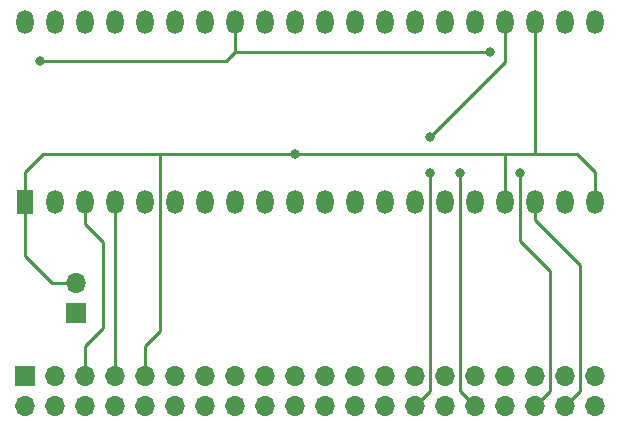
<source format=gbr>
G04 #@! TF.GenerationSoftware,KiCad,Pcbnew,(7.0.0)*
G04 #@! TF.CreationDate,2023-02-17T13:21:23-07:00*
G04 #@! TF.ProjectId,Single Chip,53696e67-6c65-4204-9368-69702e6b6963,rev?*
G04 #@! TF.SameCoordinates,Original*
G04 #@! TF.FileFunction,Copper,L2,Bot*
G04 #@! TF.FilePolarity,Positive*
%FSLAX46Y46*%
G04 Gerber Fmt 4.6, Leading zero omitted, Abs format (unit mm)*
G04 Created by KiCad (PCBNEW (7.0.0)) date 2023-02-17 13:21:23*
%MOMM*%
%LPD*%
G01*
G04 APERTURE LIST*
G04 #@! TA.AperFunction,ComponentPad*
%ADD10R,1.440000X2.000000*%
G04 #@! TD*
G04 #@! TA.AperFunction,ComponentPad*
%ADD11O,1.440000X2.000000*%
G04 #@! TD*
G04 #@! TA.AperFunction,ComponentPad*
%ADD12R,1.700000X1.700000*%
G04 #@! TD*
G04 #@! TA.AperFunction,ComponentPad*
%ADD13O,1.700000X1.700000*%
G04 #@! TD*
G04 #@! TA.AperFunction,ViaPad*
%ADD14C,0.800000*%
G04 #@! TD*
G04 #@! TA.AperFunction,Conductor*
%ADD15C,0.250000*%
G04 #@! TD*
G04 APERTURE END LIST*
D10*
X124459999Y-80263999D03*
D11*
X126999999Y-80263999D03*
X129539999Y-80263999D03*
X132079999Y-80263999D03*
X134619999Y-80263999D03*
X137159999Y-80263999D03*
X139699999Y-80263999D03*
X142239999Y-80263999D03*
X144779999Y-80263999D03*
X147319999Y-80263999D03*
X149859999Y-80263999D03*
X152399999Y-80263999D03*
X154939999Y-80263999D03*
X157479999Y-80263999D03*
X160019999Y-80263999D03*
X162559999Y-80263999D03*
X165099999Y-80263999D03*
X167639999Y-80263999D03*
X170179999Y-80263999D03*
X172719999Y-80263999D03*
X172719999Y-65023999D03*
X170179999Y-65023999D03*
X167639999Y-65023999D03*
X165099999Y-65023999D03*
X162559999Y-65023999D03*
X160019999Y-65023999D03*
X157479999Y-65023999D03*
X154939999Y-65023999D03*
X152399999Y-65023999D03*
X149859999Y-65023999D03*
X147319999Y-65023999D03*
X144779999Y-65023999D03*
X142239999Y-65023999D03*
X139699999Y-65023999D03*
X137159999Y-65023999D03*
X134619999Y-65023999D03*
X132079999Y-65023999D03*
X129539999Y-65023999D03*
X126999999Y-65023999D03*
X124459999Y-65023999D03*
D12*
X128777999Y-89661999D03*
D13*
X128777999Y-87121999D03*
D12*
X124459999Y-94995999D03*
D13*
X124459999Y-97535999D03*
X126999999Y-94995999D03*
X126999999Y-97535999D03*
X129539999Y-94995999D03*
X129539999Y-97535999D03*
X132079999Y-94995999D03*
X132079999Y-97535999D03*
X134619999Y-94995999D03*
X134619999Y-97535999D03*
X137159999Y-94995999D03*
X137159999Y-97535999D03*
X139699999Y-94995999D03*
X139699999Y-97535999D03*
X142239999Y-94995999D03*
X142239999Y-97535999D03*
X144779999Y-94995999D03*
X144779999Y-97535999D03*
X147319999Y-94995999D03*
X147319999Y-97535999D03*
X149859999Y-94995999D03*
X149859999Y-97535999D03*
X152399999Y-94995999D03*
X152399999Y-97535999D03*
X154939999Y-94995999D03*
X154939999Y-97535999D03*
X157479999Y-94995999D03*
X157479999Y-97535999D03*
X160019999Y-94995999D03*
X160019999Y-97535999D03*
X162559999Y-94995999D03*
X162559999Y-97535999D03*
X165099999Y-94995999D03*
X165099999Y-97535999D03*
X167639999Y-94995999D03*
X167639999Y-97535999D03*
X170179999Y-94995999D03*
X170179999Y-97535999D03*
X172719999Y-94995999D03*
X172719999Y-97535999D03*
D14*
X147320000Y-76200000D03*
X166370000Y-77851000D03*
X161290000Y-77851000D03*
X125730000Y-68326000D03*
X163830000Y-67564000D03*
X158750000Y-77851000D03*
X158750000Y-74803000D03*
D15*
X147320000Y-76200000D02*
X165100000Y-76200000D01*
X171196000Y-76200000D02*
X172720000Y-77724000D01*
X125984000Y-76200000D02*
X135890000Y-76200000D01*
X126746000Y-87122000D02*
X128778000Y-87122000D01*
X165100000Y-80264000D02*
X165100000Y-76200000D01*
X124460000Y-80264000D02*
X124460000Y-84836000D01*
X167640000Y-65024000D02*
X167640000Y-76200000D01*
X124460000Y-80264000D02*
X124460000Y-77724000D01*
X135890000Y-76200000D02*
X147320000Y-76200000D01*
X124460000Y-84836000D02*
X126746000Y-87122000D01*
X172720000Y-77724000D02*
X172720000Y-80264000D01*
X135890000Y-91186000D02*
X135890000Y-76200000D01*
X134620000Y-94996000D02*
X134620000Y-92456000D01*
X165100000Y-76200000D02*
X167640000Y-76200000D01*
X167640000Y-76200000D02*
X171196000Y-76200000D01*
X124460000Y-77724000D02*
X125984000Y-76200000D01*
X134620000Y-92456000D02*
X135890000Y-91186000D01*
X168910000Y-86106000D02*
X166370000Y-83566000D01*
X168910000Y-96266000D02*
X168910000Y-86106000D01*
X166370000Y-77978000D02*
X166370000Y-77851000D01*
X166370000Y-83566000D02*
X166370000Y-77978000D01*
X167640000Y-97536000D02*
X168910000Y-96266000D01*
X161290000Y-96266000D02*
X161290000Y-77851000D01*
X162560000Y-97536000D02*
X161290000Y-96266000D01*
X125730000Y-68326000D02*
X141478000Y-68326000D01*
X142240000Y-67564000D02*
X142240000Y-65024000D01*
X142240000Y-67564000D02*
X163830000Y-67564000D01*
X141478000Y-68326000D02*
X142240000Y-67564000D01*
X132080000Y-80264000D02*
X132080000Y-94996000D01*
X165100000Y-65024000D02*
X165100000Y-68453000D01*
X157480000Y-97536000D02*
X158750000Y-96266000D01*
X165100000Y-68453000D02*
X158750000Y-74803000D01*
X158750000Y-96266000D02*
X158750000Y-77851000D01*
X167640000Y-80264000D02*
X167640000Y-81788000D01*
X167640000Y-81788000D02*
X171450000Y-85598000D01*
X171450000Y-96266000D02*
X170180000Y-97536000D01*
X171450000Y-85598000D02*
X171450000Y-96266000D01*
X129540000Y-82169000D02*
X131064000Y-83693000D01*
X129540000Y-80264000D02*
X129540000Y-82169000D01*
X131064000Y-83693000D02*
X131064000Y-90932000D01*
X131064000Y-90932000D02*
X129540000Y-92456000D01*
X129540000Y-92456000D02*
X129540000Y-94996000D01*
M02*

</source>
